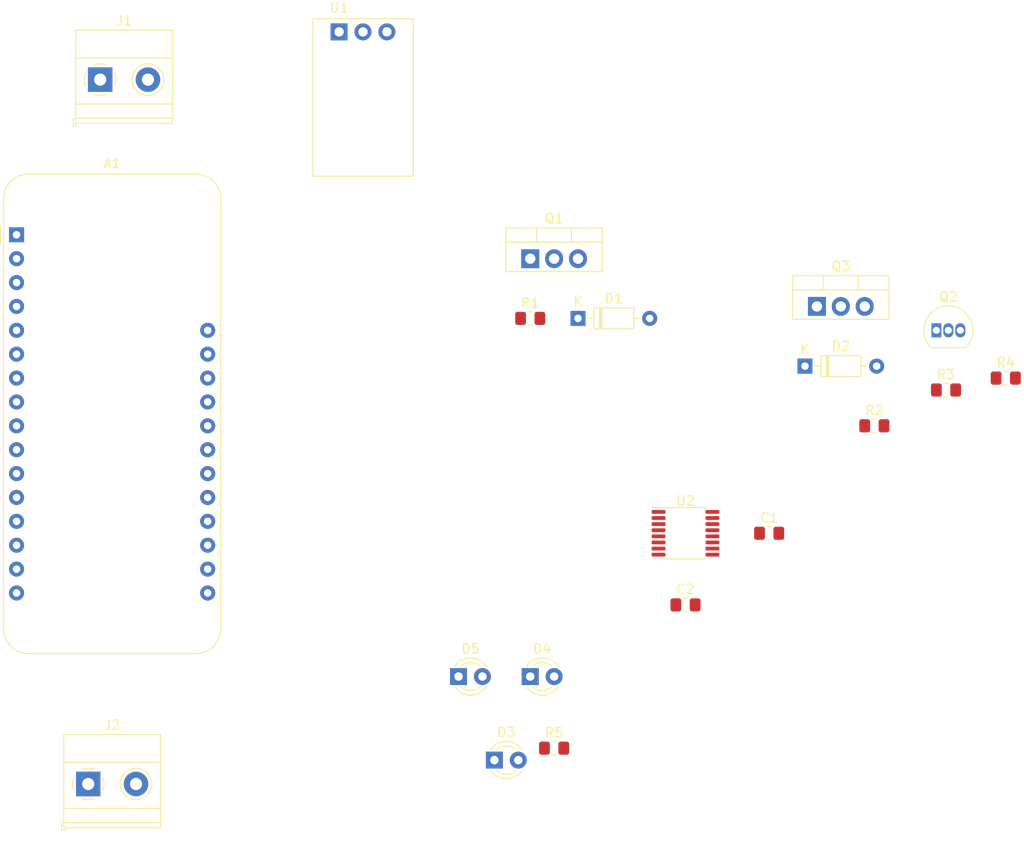
<source format=kicad_pcb>
(kicad_pcb (version 20171130) (host pcbnew "(5.1.7)-1")

  (general
    (thickness 1.6)
    (drawings 0)
    (tracks 0)
    (zones 0)
    (modules 20)
    (nets 39)
  )

  (page A4)
  (layers
    (0 F.Cu signal)
    (31 B.Cu signal)
    (32 B.Adhes user)
    (33 F.Adhes user)
    (34 B.Paste user)
    (35 F.Paste user)
    (36 B.SilkS user)
    (37 F.SilkS user)
    (38 B.Mask user)
    (39 F.Mask user)
    (40 Dwgs.User user)
    (41 Cmts.User user)
    (42 Eco1.User user)
    (43 Eco2.User user)
    (44 Edge.Cuts user)
    (45 Margin user)
    (46 B.CrtYd user)
    (47 F.CrtYd user)
    (48 B.Fab user)
    (49 F.Fab user)
  )

  (setup
    (last_trace_width 0.25)
    (trace_clearance 0.2)
    (zone_clearance 0.508)
    (zone_45_only no)
    (trace_min 0.2)
    (via_size 0.8)
    (via_drill 0.4)
    (via_min_size 0.4)
    (via_min_drill 0.3)
    (uvia_size 0.3)
    (uvia_drill 0.1)
    (uvias_allowed no)
    (uvia_min_size 0.2)
    (uvia_min_drill 0.1)
    (edge_width 0.05)
    (segment_width 0.2)
    (pcb_text_width 0.3)
    (pcb_text_size 1.5 1.5)
    (mod_edge_width 0.12)
    (mod_text_size 1 1)
    (mod_text_width 0.15)
    (pad_size 1.524 1.524)
    (pad_drill 0.762)
    (pad_to_mask_clearance 0)
    (aux_axis_origin 0 0)
    (visible_elements FFFFFF7F)
    (pcbplotparams
      (layerselection 0x010fc_ffffffff)
      (usegerberextensions false)
      (usegerberattributes true)
      (usegerberadvancedattributes true)
      (creategerberjobfile true)
      (excludeedgelayer true)
      (linewidth 0.100000)
      (plotframeref false)
      (viasonmask false)
      (mode 1)
      (useauxorigin false)
      (hpglpennumber 1)
      (hpglpenspeed 20)
      (hpglpendiameter 15.000000)
      (psnegative false)
      (psa4output false)
      (plotreference true)
      (plotvalue true)
      (plotinvisibletext false)
      (padsonsilk false)
      (subtractmaskfromsilk false)
      (outputformat 1)
      (mirror false)
      (drillshape 1)
      (scaleselection 1)
      (outputdirectory ""))
  )

  (net 0 "")
  (net 1 /SDA)
  (net 2 /SCL)
  (net 3 /ENABLE)
  (net 4 /GREEN)
  (net 5 /YELLOW)
  (net 6 /RED)
  (net 7 "Net-(A1-Pad23)")
  (net 8 "Net-(A1-Pad24)")
  (net 9 "Net-(A1-Pad25)")
  (net 10 "Net-(A1-Pad26)")
  (net 11 "Net-(A1-Pad27)")
  (net 12 +5V)
  (net 13 "Net-(A1-Pad1)")
  (net 14 +3V3)
  (net 15 "Net-(A1-Pad3)")
  (net 16 GND)
  (net 17 "Net-(A1-Pad5)")
  (net 18 "Net-(A1-Pad6)")
  (net 19 "Net-(A1-Pad7)")
  (net 20 "Net-(A1-Pad8)")
  (net 21 "Net-(A1-Pad9)")
  (net 22 "Net-(A1-Pad10)")
  (net 23 "Net-(A1-Pad11)")
  (net 24 "Net-(A1-Pad12)")
  (net 25 "Net-(A1-Pad13)")
  (net 26 "Net-(A1-Pad14)")
  (net 27 "Net-(A1-Pad15)")
  (net 28 "Net-(A1-Pad16)")
  (net 29 +BATT)
  (net 30 "Net-(D1-Pad2)")
  (net 31 "Net-(D2-Pad2)")
  (net 32 "Net-(D3-Pad1)")
  (net 33 "Net-(J1-Pad2)")
  (net 34 "Net-(J2-Pad1)")
  (net 35 "Net-(Q2-Pad3)")
  (net 36 "Net-(Q3-Pad2)")
  (net 37 "Net-(U2-Pad13)")
  (net 38 "Net-(U2-Pad7)")

  (net_class Default "This is the default net class."
    (clearance 0.2)
    (trace_width 0.25)
    (via_dia 0.8)
    (via_drill 0.4)
    (uvia_dia 0.3)
    (uvia_drill 0.1)
    (add_net +3V3)
    (add_net +5V)
    (add_net +BATT)
    (add_net /ENABLE)
    (add_net /GREEN)
    (add_net /RED)
    (add_net /SCL)
    (add_net /SDA)
    (add_net /YELLOW)
    (add_net GND)
    (add_net "Net-(A1-Pad1)")
    (add_net "Net-(A1-Pad10)")
    (add_net "Net-(A1-Pad11)")
    (add_net "Net-(A1-Pad12)")
    (add_net "Net-(A1-Pad13)")
    (add_net "Net-(A1-Pad14)")
    (add_net "Net-(A1-Pad15)")
    (add_net "Net-(A1-Pad16)")
    (add_net "Net-(A1-Pad23)")
    (add_net "Net-(A1-Pad24)")
    (add_net "Net-(A1-Pad25)")
    (add_net "Net-(A1-Pad26)")
    (add_net "Net-(A1-Pad27)")
    (add_net "Net-(A1-Pad3)")
    (add_net "Net-(A1-Pad5)")
    (add_net "Net-(A1-Pad6)")
    (add_net "Net-(A1-Pad7)")
    (add_net "Net-(A1-Pad8)")
    (add_net "Net-(A1-Pad9)")
    (add_net "Net-(D1-Pad2)")
    (add_net "Net-(D2-Pad2)")
    (add_net "Net-(D3-Pad1)")
    (add_net "Net-(J1-Pad2)")
    (add_net "Net-(J2-Pad1)")
    (add_net "Net-(Q2-Pad3)")
    (add_net "Net-(Q3-Pad2)")
    (add_net "Net-(U2-Pad13)")
    (add_net "Net-(U2-Pad7)")
  )

  (module Package_SO:TSSOP-16_4.4x5mm_P0.65mm (layer F.Cu) (tedit 5E476F32) (tstamp 5F7FAAD9)
    (at 182.88 104.14)
    (descr "TSSOP, 16 Pin (JEDEC MO-153 Var AB https://www.jedec.org/document_search?search_api_views_fulltext=MO-153), generated with kicad-footprint-generator ipc_gullwing_generator.py")
    (tags "TSSOP SO")
    (path /5F7CB294)
    (attr smd)
    (fp_text reference U2 (at 0 -3.45) (layer F.SilkS)
      (effects (font (size 1 1) (thickness 0.15)))
    )
    (fp_text value INA260 (at 0 3.45) (layer F.Fab)
      (effects (font (size 1 1) (thickness 0.15)))
    )
    (fp_text user %R (at 0 0) (layer F.Fab)
      (effects (font (size 1 1) (thickness 0.15)))
    )
    (fp_line (start 0 2.735) (end 2.2 2.735) (layer F.SilkS) (width 0.12))
    (fp_line (start 0 2.735) (end -2.2 2.735) (layer F.SilkS) (width 0.12))
    (fp_line (start 0 -2.735) (end 2.2 -2.735) (layer F.SilkS) (width 0.12))
    (fp_line (start 0 -2.735) (end -3.6 -2.735) (layer F.SilkS) (width 0.12))
    (fp_line (start -1.2 -2.5) (end 2.2 -2.5) (layer F.Fab) (width 0.1))
    (fp_line (start 2.2 -2.5) (end 2.2 2.5) (layer F.Fab) (width 0.1))
    (fp_line (start 2.2 2.5) (end -2.2 2.5) (layer F.Fab) (width 0.1))
    (fp_line (start -2.2 2.5) (end -2.2 -1.5) (layer F.Fab) (width 0.1))
    (fp_line (start -2.2 -1.5) (end -1.2 -2.5) (layer F.Fab) (width 0.1))
    (fp_line (start -3.85 -2.75) (end -3.85 2.75) (layer F.CrtYd) (width 0.05))
    (fp_line (start -3.85 2.75) (end 3.85 2.75) (layer F.CrtYd) (width 0.05))
    (fp_line (start 3.85 2.75) (end 3.85 -2.75) (layer F.CrtYd) (width 0.05))
    (fp_line (start 3.85 -2.75) (end -3.85 -2.75) (layer F.CrtYd) (width 0.05))
    (pad 16 smd roundrect (at 2.8625 -2.275) (size 1.475 0.4) (layers F.Cu F.Paste F.Mask) (roundrect_rratio 0.25)
      (net 34 "Net-(J2-Pad1)"))
    (pad 15 smd roundrect (at 2.8625 -1.625) (size 1.475 0.4) (layers F.Cu F.Paste F.Mask) (roundrect_rratio 0.25)
      (net 34 "Net-(J2-Pad1)"))
    (pad 14 smd roundrect (at 2.8625 -0.975) (size 1.475 0.4) (layers F.Cu F.Paste F.Mask) (roundrect_rratio 0.25)
      (net 34 "Net-(J2-Pad1)"))
    (pad 13 smd roundrect (at 2.8625 -0.325) (size 1.475 0.4) (layers F.Cu F.Paste F.Mask) (roundrect_rratio 0.25)
      (net 37 "Net-(U2-Pad13)"))
    (pad 12 smd roundrect (at 2.8625 0.325) (size 1.475 0.4) (layers F.Cu F.Paste F.Mask) (roundrect_rratio 0.25)
      (net 29 +BATT))
    (pad 11 smd roundrect (at 2.8625 0.975) (size 1.475 0.4) (layers F.Cu F.Paste F.Mask) (roundrect_rratio 0.25)
      (net 16 GND))
    (pad 10 smd roundrect (at 2.8625 1.625) (size 1.475 0.4) (layers F.Cu F.Paste F.Mask) (roundrect_rratio 0.25)
      (net 14 +3V3))
    (pad 9 smd roundrect (at 2.8625 2.275) (size 1.475 0.4) (layers F.Cu F.Paste F.Mask) (roundrect_rratio 0.25)
      (net 2 /SCL))
    (pad 8 smd roundrect (at -2.8625 2.275) (size 1.475 0.4) (layers F.Cu F.Paste F.Mask) (roundrect_rratio 0.25)
      (net 1 /SDA))
    (pad 7 smd roundrect (at -2.8625 1.625) (size 1.475 0.4) (layers F.Cu F.Paste F.Mask) (roundrect_rratio 0.25)
      (net 38 "Net-(U2-Pad7)"))
    (pad 6 smd roundrect (at -2.8625 0.975) (size 1.475 0.4) (layers F.Cu F.Paste F.Mask) (roundrect_rratio 0.25)
      (net 16 GND))
    (pad 5 smd roundrect (at -2.8625 0.325) (size 1.475 0.4) (layers F.Cu F.Paste F.Mask) (roundrect_rratio 0.25)
      (net 16 GND))
    (pad 4 smd roundrect (at -2.8625 -0.325) (size 1.475 0.4) (layers F.Cu F.Paste F.Mask) (roundrect_rratio 0.25)
      (net 16 GND))
    (pad 3 smd roundrect (at -2.8625 -0.975) (size 1.475 0.4) (layers F.Cu F.Paste F.Mask) (roundrect_rratio 0.25)
      (net 36 "Net-(Q3-Pad2)"))
    (pad 2 smd roundrect (at -2.8625 -1.625) (size 1.475 0.4) (layers F.Cu F.Paste F.Mask) (roundrect_rratio 0.25)
      (net 36 "Net-(Q3-Pad2)"))
    (pad 1 smd roundrect (at -2.8625 -2.275) (size 1.475 0.4) (layers F.Cu F.Paste F.Mask) (roundrect_rratio 0.25)
      (net 36 "Net-(Q3-Pad2)"))
    (model ${KISYS3DMOD}/Package_SO.3dshapes/TSSOP-16_4.4x5mm_P0.65mm.wrl
      (at (xyz 0 0 0))
      (scale (xyz 1 1 1))
      (rotate (xyz 0 0 0))
    )
  )

  (module Converter_DCDC:Converter_DCDC_muRata_OKI-78SR_Horizontal (layer F.Cu) (tedit 5BAE240C) (tstamp 5F7FAFE8)
    (at 146.05 50.8)
    (descr https://power.murata.com/data/power/oki-78sr.pdf)
    (tags "78sr3.3 78sr5 78sr9 78sr12 78srXX")
    (path /5F7B2646)
    (fp_text reference U1 (at 0 -2.54 180) (layer F.SilkS)
      (effects (font (size 1 1) (thickness 0.15)))
    )
    (fp_text value OKI-78SR-5_1.5-W36H-C (at 2.54 16.51 180) (layer F.Fab)
      (effects (font (size 1 1) (thickness 0.15)))
    )
    (fp_text user %R (at 2.54 7.48 180) (layer F.Fab)
      (effects (font (size 1 1) (thickness 0.15)))
    )
    (fp_line (start 7.75 15.23) (end -2.65 15.23) (layer F.Fab) (width 0.1))
    (fp_line (start -2.65 15.23) (end -2.65 -1.27) (layer F.Fab) (width 0.1))
    (fp_line (start -2.65 -1.27) (end 7.75 -1.27) (layer F.Fab) (width 0.1))
    (fp_line (start 7.75 -1.27) (end 7.75 15.23) (layer F.Fab) (width 0.1))
    (fp_line (start 7.88 -1.4) (end -2.77 -1.4) (layer F.SilkS) (width 0.12))
    (fp_line (start -2.78 -1.4) (end -2.78 15.36) (layer F.SilkS) (width 0.12))
    (fp_line (start -2.78 15.36) (end 7.88 15.36) (layer F.SilkS) (width 0.12))
    (fp_line (start 7.88 15.36) (end 7.88 -1.4) (layer F.SilkS) (width 0.12))
    (fp_line (start 8 -1.52) (end -2.9 -1.52) (layer F.CrtYd) (width 0.05))
    (fp_line (start -2.9 -1.52) (end -2.9 15.48) (layer F.CrtYd) (width 0.05))
    (fp_line (start -2.9 15.48) (end 8 15.48) (layer F.CrtYd) (width 0.05))
    (fp_line (start 8 15.48) (end 8 -1.52) (layer F.CrtYd) (width 0.05))
    (pad 3 thru_hole circle (at 5.08 0 180) (size 1.8 1.8) (drill 1) (layers *.Cu *.Mask)
      (net 12 +5V))
    (pad 2 thru_hole circle (at 2.54 0 180) (size 1.8 1.8) (drill 1) (layers *.Cu *.Mask)
      (net 16 GND))
    (pad 1 thru_hole rect (at 0 0 180) (size 1.8 1.8) (drill 1) (layers *.Cu *.Mask)
      (net 29 +BATT))
    (model ${KISYS3DMOD}/Converter_DCDC.3dshapes/Converter_DCDC_muRata_OKI-78SR_horizontal.wrl
      (at (xyz 0 0 0))
      (scale (xyz 1 1 1))
      (rotate (xyz 0 0 0))
    )
  )

  (module Resistor_SMD:R_0805_2012Metric_Pad1.15x1.40mm_HandSolder (layer F.Cu) (tedit 5B36C52B) (tstamp 5F7FAAA3)
    (at 168.91 127)
    (descr "Resistor SMD 0805 (2012 Metric), square (rectangular) end terminal, IPC_7351 nominal with elongated pad for handsoldering. (Body size source: https://docs.google.com/spreadsheets/d/1BsfQQcO9C6DZCsRaXUlFlo91Tg2WpOkGARC1WS5S8t0/edit?usp=sharing), generated with kicad-footprint-generator")
    (tags "resistor handsolder")
    (path /5F81F916)
    (attr smd)
    (fp_text reference R5 (at 0 -1.65) (layer F.SilkS)
      (effects (font (size 1 1) (thickness 0.15)))
    )
    (fp_text value 330 (at 0 1.65) (layer F.Fab)
      (effects (font (size 1 1) (thickness 0.15)))
    )
    (fp_text user %R (at 0 0) (layer F.Fab)
      (effects (font (size 0.5 0.5) (thickness 0.08)))
    )
    (fp_line (start -1 0.6) (end -1 -0.6) (layer F.Fab) (width 0.1))
    (fp_line (start -1 -0.6) (end 1 -0.6) (layer F.Fab) (width 0.1))
    (fp_line (start 1 -0.6) (end 1 0.6) (layer F.Fab) (width 0.1))
    (fp_line (start 1 0.6) (end -1 0.6) (layer F.Fab) (width 0.1))
    (fp_line (start -0.261252 -0.71) (end 0.261252 -0.71) (layer F.SilkS) (width 0.12))
    (fp_line (start -0.261252 0.71) (end 0.261252 0.71) (layer F.SilkS) (width 0.12))
    (fp_line (start -1.85 0.95) (end -1.85 -0.95) (layer F.CrtYd) (width 0.05))
    (fp_line (start -1.85 -0.95) (end 1.85 -0.95) (layer F.CrtYd) (width 0.05))
    (fp_line (start 1.85 -0.95) (end 1.85 0.95) (layer F.CrtYd) (width 0.05))
    (fp_line (start 1.85 0.95) (end -1.85 0.95) (layer F.CrtYd) (width 0.05))
    (pad 2 smd roundrect (at 1.025 0) (size 1.15 1.4) (layers F.Cu F.Paste F.Mask) (roundrect_rratio 0.217391)
      (net 16 GND))
    (pad 1 smd roundrect (at -1.025 0) (size 1.15 1.4) (layers F.Cu F.Paste F.Mask) (roundrect_rratio 0.217391)
      (net 32 "Net-(D3-Pad1)"))
    (model ${KISYS3DMOD}/Resistor_SMD.3dshapes/R_0805_2012Metric.wrl
      (at (xyz 0 0 0))
      (scale (xyz 1 1 1))
      (rotate (xyz 0 0 0))
    )
  )

  (module Resistor_SMD:R_0805_2012Metric_Pad1.15x1.40mm_HandSolder (layer F.Cu) (tedit 5B36C52B) (tstamp 5F7FAA92)
    (at 216.925 87.63)
    (descr "Resistor SMD 0805 (2012 Metric), square (rectangular) end terminal, IPC_7351 nominal with elongated pad for handsoldering. (Body size source: https://docs.google.com/spreadsheets/d/1BsfQQcO9C6DZCsRaXUlFlo91Tg2WpOkGARC1WS5S8t0/edit?usp=sharing), generated with kicad-footprint-generator")
    (tags "resistor handsolder")
    (path /5F7EFA9B)
    (attr smd)
    (fp_text reference R4 (at 0 -1.65) (layer F.SilkS)
      (effects (font (size 1 1) (thickness 0.15)))
    )
    (fp_text value 100k (at 0 1.65) (layer F.Fab)
      (effects (font (size 1 1) (thickness 0.15)))
    )
    (fp_text user %R (at 0 0) (layer F.Fab)
      (effects (font (size 0.5 0.5) (thickness 0.08)))
    )
    (fp_line (start -1 0.6) (end -1 -0.6) (layer F.Fab) (width 0.1))
    (fp_line (start -1 -0.6) (end 1 -0.6) (layer F.Fab) (width 0.1))
    (fp_line (start 1 -0.6) (end 1 0.6) (layer F.Fab) (width 0.1))
    (fp_line (start 1 0.6) (end -1 0.6) (layer F.Fab) (width 0.1))
    (fp_line (start -0.261252 -0.71) (end 0.261252 -0.71) (layer F.SilkS) (width 0.12))
    (fp_line (start -0.261252 0.71) (end 0.261252 0.71) (layer F.SilkS) (width 0.12))
    (fp_line (start -1.85 0.95) (end -1.85 -0.95) (layer F.CrtYd) (width 0.05))
    (fp_line (start -1.85 -0.95) (end 1.85 -0.95) (layer F.CrtYd) (width 0.05))
    (fp_line (start 1.85 -0.95) (end 1.85 0.95) (layer F.CrtYd) (width 0.05))
    (fp_line (start 1.85 0.95) (end -1.85 0.95) (layer F.CrtYd) (width 0.05))
    (pad 2 smd roundrect (at 1.025 0) (size 1.15 1.4) (layers F.Cu F.Paste F.Mask) (roundrect_rratio 0.217391)
      (net 35 "Net-(Q2-Pad3)"))
    (pad 1 smd roundrect (at -1.025 0) (size 1.15 1.4) (layers F.Cu F.Paste F.Mask) (roundrect_rratio 0.217391)
      (net 31 "Net-(D2-Pad2)"))
    (model ${KISYS3DMOD}/Resistor_SMD.3dshapes/R_0805_2012Metric.wrl
      (at (xyz 0 0 0))
      (scale (xyz 1 1 1))
      (rotate (xyz 0 0 0))
    )
  )

  (module Resistor_SMD:R_0805_2012Metric_Pad1.15x1.40mm_HandSolder (layer F.Cu) (tedit 5B36C52B) (tstamp 5F7FAA81)
    (at 210.575 88.9)
    (descr "Resistor SMD 0805 (2012 Metric), square (rectangular) end terminal, IPC_7351 nominal with elongated pad for handsoldering. (Body size source: https://docs.google.com/spreadsheets/d/1BsfQQcO9C6DZCsRaXUlFlo91Tg2WpOkGARC1WS5S8t0/edit?usp=sharing), generated with kicad-footprint-generator")
    (tags "resistor handsolder")
    (path /5F85A75D)
    (attr smd)
    (fp_text reference R3 (at 0 -1.65) (layer F.SilkS)
      (effects (font (size 1 1) (thickness 0.15)))
    )
    (fp_text value 100K (at 0 1.65) (layer F.Fab)
      (effects (font (size 1 1) (thickness 0.15)))
    )
    (fp_text user %R (at 0 0) (layer F.Fab)
      (effects (font (size 0.5 0.5) (thickness 0.08)))
    )
    (fp_line (start -1 0.6) (end -1 -0.6) (layer F.Fab) (width 0.1))
    (fp_line (start -1 -0.6) (end 1 -0.6) (layer F.Fab) (width 0.1))
    (fp_line (start 1 -0.6) (end 1 0.6) (layer F.Fab) (width 0.1))
    (fp_line (start 1 0.6) (end -1 0.6) (layer F.Fab) (width 0.1))
    (fp_line (start -0.261252 -0.71) (end 0.261252 -0.71) (layer F.SilkS) (width 0.12))
    (fp_line (start -0.261252 0.71) (end 0.261252 0.71) (layer F.SilkS) (width 0.12))
    (fp_line (start -1.85 0.95) (end -1.85 -0.95) (layer F.CrtYd) (width 0.05))
    (fp_line (start -1.85 -0.95) (end 1.85 -0.95) (layer F.CrtYd) (width 0.05))
    (fp_line (start 1.85 -0.95) (end 1.85 0.95) (layer F.CrtYd) (width 0.05))
    (fp_line (start 1.85 0.95) (end -1.85 0.95) (layer F.CrtYd) (width 0.05))
    (pad 2 smd roundrect (at 1.025 0) (size 1.15 1.4) (layers F.Cu F.Paste F.Mask) (roundrect_rratio 0.217391)
      (net 16 GND))
    (pad 1 smd roundrect (at -1.025 0) (size 1.15 1.4) (layers F.Cu F.Paste F.Mask) (roundrect_rratio 0.217391)
      (net 3 /ENABLE))
    (model ${KISYS3DMOD}/Resistor_SMD.3dshapes/R_0805_2012Metric.wrl
      (at (xyz 0 0 0))
      (scale (xyz 1 1 1))
      (rotate (xyz 0 0 0))
    )
  )

  (module Resistor_SMD:R_0805_2012Metric_Pad1.15x1.40mm_HandSolder (layer F.Cu) (tedit 5B36C52B) (tstamp 5F7FAA70)
    (at 202.955 92.71)
    (descr "Resistor SMD 0805 (2012 Metric), square (rectangular) end terminal, IPC_7351 nominal with elongated pad for handsoldering. (Body size source: https://docs.google.com/spreadsheets/d/1BsfQQcO9C6DZCsRaXUlFlo91Tg2WpOkGARC1WS5S8t0/edit?usp=sharing), generated with kicad-footprint-generator")
    (tags "resistor handsolder")
    (path /5F87D6A6)
    (attr smd)
    (fp_text reference R2 (at 0 -1.65) (layer F.SilkS)
      (effects (font (size 1 1) (thickness 0.15)))
    )
    (fp_text value 1M (at 0 1.65) (layer F.Fab)
      (effects (font (size 1 1) (thickness 0.15)))
    )
    (fp_text user %R (at 0 0) (layer F.Fab)
      (effects (font (size 0.5 0.5) (thickness 0.08)))
    )
    (fp_line (start -1 0.6) (end -1 -0.6) (layer F.Fab) (width 0.1))
    (fp_line (start -1 -0.6) (end 1 -0.6) (layer F.Fab) (width 0.1))
    (fp_line (start 1 -0.6) (end 1 0.6) (layer F.Fab) (width 0.1))
    (fp_line (start 1 0.6) (end -1 0.6) (layer F.Fab) (width 0.1))
    (fp_line (start -0.261252 -0.71) (end 0.261252 -0.71) (layer F.SilkS) (width 0.12))
    (fp_line (start -0.261252 0.71) (end 0.261252 0.71) (layer F.SilkS) (width 0.12))
    (fp_line (start -1.85 0.95) (end -1.85 -0.95) (layer F.CrtYd) (width 0.05))
    (fp_line (start -1.85 -0.95) (end 1.85 -0.95) (layer F.CrtYd) (width 0.05))
    (fp_line (start 1.85 -0.95) (end 1.85 0.95) (layer F.CrtYd) (width 0.05))
    (fp_line (start 1.85 0.95) (end -1.85 0.95) (layer F.CrtYd) (width 0.05))
    (pad 2 smd roundrect (at 1.025 0) (size 1.15 1.4) (layers F.Cu F.Paste F.Mask) (roundrect_rratio 0.217391)
      (net 31 "Net-(D2-Pad2)"))
    (pad 1 smd roundrect (at -1.025 0) (size 1.15 1.4) (layers F.Cu F.Paste F.Mask) (roundrect_rratio 0.217391)
      (net 29 +BATT))
    (model ${KISYS3DMOD}/Resistor_SMD.3dshapes/R_0805_2012Metric.wrl
      (at (xyz 0 0 0))
      (scale (xyz 1 1 1))
      (rotate (xyz 0 0 0))
    )
  )

  (module Resistor_SMD:R_0805_2012Metric_Pad1.15x1.40mm_HandSolder (layer F.Cu) (tedit 5B36C52B) (tstamp 5F7FAA5F)
    (at 166.37 81.28)
    (descr "Resistor SMD 0805 (2012 Metric), square (rectangular) end terminal, IPC_7351 nominal with elongated pad for handsoldering. (Body size source: https://docs.google.com/spreadsheets/d/1BsfQQcO9C6DZCsRaXUlFlo91Tg2WpOkGARC1WS5S8t0/edit?usp=sharing), generated with kicad-footprint-generator")
    (tags "resistor handsolder")
    (path /5F7C5FAF)
    (attr smd)
    (fp_text reference R1 (at 0 -1.65) (layer F.SilkS)
      (effects (font (size 1 1) (thickness 0.15)))
    )
    (fp_text value 10k (at 0 1.65) (layer F.Fab)
      (effects (font (size 1 1) (thickness 0.15)))
    )
    (fp_text user %R (at 0 0) (layer F.Fab)
      (effects (font (size 0.5 0.5) (thickness 0.08)))
    )
    (fp_line (start -1 0.6) (end -1 -0.6) (layer F.Fab) (width 0.1))
    (fp_line (start -1 -0.6) (end 1 -0.6) (layer F.Fab) (width 0.1))
    (fp_line (start 1 -0.6) (end 1 0.6) (layer F.Fab) (width 0.1))
    (fp_line (start 1 0.6) (end -1 0.6) (layer F.Fab) (width 0.1))
    (fp_line (start -0.261252 -0.71) (end 0.261252 -0.71) (layer F.SilkS) (width 0.12))
    (fp_line (start -0.261252 0.71) (end 0.261252 0.71) (layer F.SilkS) (width 0.12))
    (fp_line (start -1.85 0.95) (end -1.85 -0.95) (layer F.CrtYd) (width 0.05))
    (fp_line (start -1.85 -0.95) (end 1.85 -0.95) (layer F.CrtYd) (width 0.05))
    (fp_line (start 1.85 -0.95) (end 1.85 0.95) (layer F.CrtYd) (width 0.05))
    (fp_line (start 1.85 0.95) (end -1.85 0.95) (layer F.CrtYd) (width 0.05))
    (pad 2 smd roundrect (at 1.025 0) (size 1.15 1.4) (layers F.Cu F.Paste F.Mask) (roundrect_rratio 0.217391)
      (net 16 GND))
    (pad 1 smd roundrect (at -1.025 0) (size 1.15 1.4) (layers F.Cu F.Paste F.Mask) (roundrect_rratio 0.217391)
      (net 30 "Net-(D1-Pad2)"))
    (model ${KISYS3DMOD}/Resistor_SMD.3dshapes/R_0805_2012Metric.wrl
      (at (xyz 0 0 0))
      (scale (xyz 1 1 1))
      (rotate (xyz 0 0 0))
    )
  )

  (module Package_TO_SOT_THT:TO-220-3_Vertical (layer F.Cu) (tedit 5AC8BA0D) (tstamp 5F7FAA4E)
    (at 196.85 80.01)
    (descr "TO-220-3, Vertical, RM 2.54mm, see https://www.vishay.com/docs/66542/to-220-1.pdf")
    (tags "TO-220-3 Vertical RM 2.54mm")
    (path /5F7EB877)
    (fp_text reference Q3 (at 2.54 -4.27) (layer F.SilkS)
      (effects (font (size 1 1) (thickness 0.15)))
    )
    (fp_text value IPP80P03P4L-04 (at 2.54 2.5) (layer F.Fab)
      (effects (font (size 1 1) (thickness 0.15)))
    )
    (fp_text user %R (at 2.54 -4.27) (layer F.Fab)
      (effects (font (size 1 1) (thickness 0.15)))
    )
    (fp_line (start -2.46 -3.15) (end -2.46 1.25) (layer F.Fab) (width 0.1))
    (fp_line (start -2.46 1.25) (end 7.54 1.25) (layer F.Fab) (width 0.1))
    (fp_line (start 7.54 1.25) (end 7.54 -3.15) (layer F.Fab) (width 0.1))
    (fp_line (start 7.54 -3.15) (end -2.46 -3.15) (layer F.Fab) (width 0.1))
    (fp_line (start -2.46 -1.88) (end 7.54 -1.88) (layer F.Fab) (width 0.1))
    (fp_line (start 0.69 -3.15) (end 0.69 -1.88) (layer F.Fab) (width 0.1))
    (fp_line (start 4.39 -3.15) (end 4.39 -1.88) (layer F.Fab) (width 0.1))
    (fp_line (start -2.58 -3.27) (end 7.66 -3.27) (layer F.SilkS) (width 0.12))
    (fp_line (start -2.58 1.371) (end 7.66 1.371) (layer F.SilkS) (width 0.12))
    (fp_line (start -2.58 -3.27) (end -2.58 1.371) (layer F.SilkS) (width 0.12))
    (fp_line (start 7.66 -3.27) (end 7.66 1.371) (layer F.SilkS) (width 0.12))
    (fp_line (start -2.58 -1.76) (end 7.66 -1.76) (layer F.SilkS) (width 0.12))
    (fp_line (start 0.69 -3.27) (end 0.69 -1.76) (layer F.SilkS) (width 0.12))
    (fp_line (start 4.391 -3.27) (end 4.391 -1.76) (layer F.SilkS) (width 0.12))
    (fp_line (start -2.71 -3.4) (end -2.71 1.51) (layer F.CrtYd) (width 0.05))
    (fp_line (start -2.71 1.51) (end 7.79 1.51) (layer F.CrtYd) (width 0.05))
    (fp_line (start 7.79 1.51) (end 7.79 -3.4) (layer F.CrtYd) (width 0.05))
    (fp_line (start 7.79 -3.4) (end -2.71 -3.4) (layer F.CrtYd) (width 0.05))
    (pad 3 thru_hole oval (at 5.08 0) (size 1.905 2) (drill 1.1) (layers *.Cu *.Mask)
      (net 29 +BATT))
    (pad 2 thru_hole oval (at 2.54 0) (size 1.905 2) (drill 1.1) (layers *.Cu *.Mask)
      (net 36 "Net-(Q3-Pad2)"))
    (pad 1 thru_hole rect (at 0 0) (size 1.905 2) (drill 1.1) (layers *.Cu *.Mask)
      (net 31 "Net-(D2-Pad2)"))
    (model ${KISYS3DMOD}/Package_TO_SOT_THT.3dshapes/TO-220-3_Vertical.wrl
      (at (xyz 0 0 0))
      (scale (xyz 1 1 1))
      (rotate (xyz 0 0 0))
    )
  )

  (module Package_TO_SOT_THT:TO-92_Inline (layer F.Cu) (tedit 5A1DD157) (tstamp 5F7FB432)
    (at 209.55 82.55)
    (descr "TO-92 leads in-line, narrow, oval pads, drill 0.75mm (see NXP sot054_po.pdf)")
    (tags "to-92 sc-43 sc-43a sot54 PA33 transistor")
    (path /5F7F2674)
    (fp_text reference Q2 (at 1.27 -3.56) (layer F.SilkS)
      (effects (font (size 1 1) (thickness 0.15)))
    )
    (fp_text value 2N7000 (at 1.27 2.79) (layer F.Fab)
      (effects (font (size 1 1) (thickness 0.15)))
    )
    (fp_arc (start 1.27 0) (end 1.27 -2.6) (angle 135) (layer F.SilkS) (width 0.12))
    (fp_arc (start 1.27 0) (end 1.27 -2.48) (angle -135) (layer F.Fab) (width 0.1))
    (fp_arc (start 1.27 0) (end 1.27 -2.6) (angle -135) (layer F.SilkS) (width 0.12))
    (fp_arc (start 1.27 0) (end 1.27 -2.48) (angle 135) (layer F.Fab) (width 0.1))
    (fp_text user %R (at 1.27 0) (layer F.Fab)
      (effects (font (size 1 1) (thickness 0.15)))
    )
    (fp_line (start -0.53 1.85) (end 3.07 1.85) (layer F.SilkS) (width 0.12))
    (fp_line (start -0.5 1.75) (end 3 1.75) (layer F.Fab) (width 0.1))
    (fp_line (start -1.46 -2.73) (end 4 -2.73) (layer F.CrtYd) (width 0.05))
    (fp_line (start -1.46 -2.73) (end -1.46 2.01) (layer F.CrtYd) (width 0.05))
    (fp_line (start 4 2.01) (end 4 -2.73) (layer F.CrtYd) (width 0.05))
    (fp_line (start 4 2.01) (end -1.46 2.01) (layer F.CrtYd) (width 0.05))
    (pad 1 thru_hole rect (at 0 0) (size 1.05 1.5) (drill 0.75) (layers *.Cu *.Mask)
      (net 16 GND))
    (pad 3 thru_hole oval (at 2.54 0) (size 1.05 1.5) (drill 0.75) (layers *.Cu *.Mask)
      (net 35 "Net-(Q2-Pad3)"))
    (pad 2 thru_hole oval (at 1.27 0) (size 1.05 1.5) (drill 0.75) (layers *.Cu *.Mask)
      (net 3 /ENABLE))
    (model ${KISYS3DMOD}/Package_TO_SOT_THT.3dshapes/TO-92_Inline.wrl
      (at (xyz 0 0 0))
      (scale (xyz 1 1 1))
      (rotate (xyz 0 0 0))
    )
  )

  (module Package_TO_SOT_THT:TO-220-3_Vertical (layer F.Cu) (tedit 5AC8BA0D) (tstamp 5F7FAA22)
    (at 166.37 74.93)
    (descr "TO-220-3, Vertical, RM 2.54mm, see https://www.vishay.com/docs/66542/to-220-1.pdf")
    (tags "TO-220-3 Vertical RM 2.54mm")
    (path /5F7B824A)
    (fp_text reference Q1 (at 2.54 -4.27) (layer F.SilkS)
      (effects (font (size 1 1) (thickness 0.15)))
    )
    (fp_text value IPP80P03P4L-04 (at 2.54 2.5) (layer F.Fab)
      (effects (font (size 1 1) (thickness 0.15)))
    )
    (fp_text user %R (at 2.54 -4.27) (layer F.Fab)
      (effects (font (size 1 1) (thickness 0.15)))
    )
    (fp_line (start -2.46 -3.15) (end -2.46 1.25) (layer F.Fab) (width 0.1))
    (fp_line (start -2.46 1.25) (end 7.54 1.25) (layer F.Fab) (width 0.1))
    (fp_line (start 7.54 1.25) (end 7.54 -3.15) (layer F.Fab) (width 0.1))
    (fp_line (start 7.54 -3.15) (end -2.46 -3.15) (layer F.Fab) (width 0.1))
    (fp_line (start -2.46 -1.88) (end 7.54 -1.88) (layer F.Fab) (width 0.1))
    (fp_line (start 0.69 -3.15) (end 0.69 -1.88) (layer F.Fab) (width 0.1))
    (fp_line (start 4.39 -3.15) (end 4.39 -1.88) (layer F.Fab) (width 0.1))
    (fp_line (start -2.58 -3.27) (end 7.66 -3.27) (layer F.SilkS) (width 0.12))
    (fp_line (start -2.58 1.371) (end 7.66 1.371) (layer F.SilkS) (width 0.12))
    (fp_line (start -2.58 -3.27) (end -2.58 1.371) (layer F.SilkS) (width 0.12))
    (fp_line (start 7.66 -3.27) (end 7.66 1.371) (layer F.SilkS) (width 0.12))
    (fp_line (start -2.58 -1.76) (end 7.66 -1.76) (layer F.SilkS) (width 0.12))
    (fp_line (start 0.69 -3.27) (end 0.69 -1.76) (layer F.SilkS) (width 0.12))
    (fp_line (start 4.391 -3.27) (end 4.391 -1.76) (layer F.SilkS) (width 0.12))
    (fp_line (start -2.71 -3.4) (end -2.71 1.51) (layer F.CrtYd) (width 0.05))
    (fp_line (start -2.71 1.51) (end 7.79 1.51) (layer F.CrtYd) (width 0.05))
    (fp_line (start 7.79 1.51) (end 7.79 -3.4) (layer F.CrtYd) (width 0.05))
    (fp_line (start 7.79 -3.4) (end -2.71 -3.4) (layer F.CrtYd) (width 0.05))
    (pad 3 thru_hole oval (at 5.08 0) (size 1.905 2) (drill 1.1) (layers *.Cu *.Mask)
      (net 29 +BATT))
    (pad 2 thru_hole oval (at 2.54 0) (size 1.905 2) (drill 1.1) (layers *.Cu *.Mask)
      (net 33 "Net-(J1-Pad2)"))
    (pad 1 thru_hole rect (at 0 0) (size 1.905 2) (drill 1.1) (layers *.Cu *.Mask)
      (net 30 "Net-(D1-Pad2)"))
    (model ${KISYS3DMOD}/Package_TO_SOT_THT.3dshapes/TO-220-3_Vertical.wrl
      (at (xyz 0 0 0))
      (scale (xyz 1 1 1))
      (rotate (xyz 0 0 0))
    )
  )

  (module TerminalBlock_Phoenix:TerminalBlock_Phoenix_MKDS-1,5-2-5.08_1x02_P5.08mm_Horizontal (layer F.Cu) (tedit 5B294EBC) (tstamp 5F7FAA08)
    (at 119.38 130.81)
    (descr "Terminal Block Phoenix MKDS-1,5-2-5.08, 2 pins, pitch 5.08mm, size 10.2x9.8mm^2, drill diamater 1.3mm, pad diameter 2.6mm, see http://www.farnell.com/datasheets/100425.pdf, script-generated using https://github.com/pointhi/kicad-footprint-generator/scripts/TerminalBlock_Phoenix")
    (tags "THT Terminal Block Phoenix MKDS-1,5-2-5.08 pitch 5.08mm size 10.2x9.8mm^2 drill 1.3mm pad 2.6mm")
    (path /5F7F1056)
    (fp_text reference J2 (at 2.54 -6.26) (layer F.SilkS)
      (effects (font (size 1 1) (thickness 0.15)))
    )
    (fp_text value Screw_Terminal_01x02 (at 2.54 5.66) (layer F.Fab)
      (effects (font (size 1 1) (thickness 0.15)))
    )
    (fp_text user %R (at 2.54 3.2) (layer F.Fab)
      (effects (font (size 1 1) (thickness 0.15)))
    )
    (fp_arc (start 0 0) (end -0.684 1.535) (angle -25) (layer F.SilkS) (width 0.12))
    (fp_arc (start 0 0) (end -1.535 -0.684) (angle -48) (layer F.SilkS) (width 0.12))
    (fp_arc (start 0 0) (end 0.684 -1.535) (angle -48) (layer F.SilkS) (width 0.12))
    (fp_arc (start 0 0) (end 1.535 0.684) (angle -48) (layer F.SilkS) (width 0.12))
    (fp_arc (start 0 0) (end 0 1.68) (angle -24) (layer F.SilkS) (width 0.12))
    (fp_circle (center 0 0) (end 1.5 0) (layer F.Fab) (width 0.1))
    (fp_circle (center 5.08 0) (end 6.58 0) (layer F.Fab) (width 0.1))
    (fp_circle (center 5.08 0) (end 6.76 0) (layer F.SilkS) (width 0.12))
    (fp_line (start -2.54 -5.2) (end 7.62 -5.2) (layer F.Fab) (width 0.1))
    (fp_line (start 7.62 -5.2) (end 7.62 4.6) (layer F.Fab) (width 0.1))
    (fp_line (start 7.62 4.6) (end -2.04 4.6) (layer F.Fab) (width 0.1))
    (fp_line (start -2.04 4.6) (end -2.54 4.1) (layer F.Fab) (width 0.1))
    (fp_line (start -2.54 4.1) (end -2.54 -5.2) (layer F.Fab) (width 0.1))
    (fp_line (start -2.54 4.1) (end 7.62 4.1) (layer F.Fab) (width 0.1))
    (fp_line (start -2.6 4.1) (end 7.68 4.1) (layer F.SilkS) (width 0.12))
    (fp_line (start -2.54 2.6) (end 7.62 2.6) (layer F.Fab) (width 0.1))
    (fp_line (start -2.6 2.6) (end 7.68 2.6) (layer F.SilkS) (width 0.12))
    (fp_line (start -2.54 -2.3) (end 7.62 -2.3) (layer F.Fab) (width 0.1))
    (fp_line (start -2.6 -2.301) (end 7.68 -2.301) (layer F.SilkS) (width 0.12))
    (fp_line (start -2.6 -5.261) (end 7.68 -5.261) (layer F.SilkS) (width 0.12))
    (fp_line (start -2.6 4.66) (end 7.68 4.66) (layer F.SilkS) (width 0.12))
    (fp_line (start -2.6 -5.261) (end -2.6 4.66) (layer F.SilkS) (width 0.12))
    (fp_line (start 7.68 -5.261) (end 7.68 4.66) (layer F.SilkS) (width 0.12))
    (fp_line (start 1.138 -0.955) (end -0.955 1.138) (layer F.Fab) (width 0.1))
    (fp_line (start 0.955 -1.138) (end -1.138 0.955) (layer F.Fab) (width 0.1))
    (fp_line (start 6.218 -0.955) (end 4.126 1.138) (layer F.Fab) (width 0.1))
    (fp_line (start 6.035 -1.138) (end 3.943 0.955) (layer F.Fab) (width 0.1))
    (fp_line (start 6.355 -1.069) (end 6.308 -1.023) (layer F.SilkS) (width 0.12))
    (fp_line (start 4.046 1.239) (end 4.011 1.274) (layer F.SilkS) (width 0.12))
    (fp_line (start 6.15 -1.275) (end 6.115 -1.239) (layer F.SilkS) (width 0.12))
    (fp_line (start 3.853 1.023) (end 3.806 1.069) (layer F.SilkS) (width 0.12))
    (fp_line (start -2.84 4.16) (end -2.84 4.9) (layer F.SilkS) (width 0.12))
    (fp_line (start -2.84 4.9) (end -2.34 4.9) (layer F.SilkS) (width 0.12))
    (fp_line (start -3.04 -5.71) (end -3.04 5.1) (layer F.CrtYd) (width 0.05))
    (fp_line (start -3.04 5.1) (end 8.13 5.1) (layer F.CrtYd) (width 0.05))
    (fp_line (start 8.13 5.1) (end 8.13 -5.71) (layer F.CrtYd) (width 0.05))
    (fp_line (start 8.13 -5.71) (end -3.04 -5.71) (layer F.CrtYd) (width 0.05))
    (pad 2 thru_hole circle (at 5.08 0) (size 2.6 2.6) (drill 1.3) (layers *.Cu *.Mask)
      (net 16 GND))
    (pad 1 thru_hole rect (at 0 0) (size 2.6 2.6) (drill 1.3) (layers *.Cu *.Mask)
      (net 34 "Net-(J2-Pad1)"))
    (model ${KISYS3DMOD}/TerminalBlock_Phoenix.3dshapes/TerminalBlock_Phoenix_MKDS-1,5-2-5.08_1x02_P5.08mm_Horizontal.wrl
      (at (xyz 0 0 0))
      (scale (xyz 1 1 1))
      (rotate (xyz 0 0 0))
    )
  )

  (module TerminalBlock_Phoenix:TerminalBlock_Phoenix_MKDS-1,5-2-5.08_1x02_P5.08mm_Horizontal (layer F.Cu) (tedit 5B294EBC) (tstamp 5F7FA9DC)
    (at 120.65 55.88)
    (descr "Terminal Block Phoenix MKDS-1,5-2-5.08, 2 pins, pitch 5.08mm, size 10.2x9.8mm^2, drill diamater 1.3mm, pad diameter 2.6mm, see http://www.farnell.com/datasheets/100425.pdf, script-generated using https://github.com/pointhi/kicad-footprint-generator/scripts/TerminalBlock_Phoenix")
    (tags "THT Terminal Block Phoenix MKDS-1,5-2-5.08 pitch 5.08mm size 10.2x9.8mm^2 drill 1.3mm pad 2.6mm")
    (path /5F7B42CB)
    (fp_text reference J1 (at 2.54 -6.26) (layer F.SilkS)
      (effects (font (size 1 1) (thickness 0.15)))
    )
    (fp_text value Screw_Terminal_01x02 (at 2.54 5.66) (layer F.Fab)
      (effects (font (size 1 1) (thickness 0.15)))
    )
    (fp_text user %R (at 2.54 3.2) (layer F.Fab)
      (effects (font (size 1 1) (thickness 0.15)))
    )
    (fp_arc (start 0 0) (end -0.684 1.535) (angle -25) (layer F.SilkS) (width 0.12))
    (fp_arc (start 0 0) (end -1.535 -0.684) (angle -48) (layer F.SilkS) (width 0.12))
    (fp_arc (start 0 0) (end 0.684 -1.535) (angle -48) (layer F.SilkS) (width 0.12))
    (fp_arc (start 0 0) (end 1.535 0.684) (angle -48) (layer F.SilkS) (width 0.12))
    (fp_arc (start 0 0) (end 0 1.68) (angle -24) (layer F.SilkS) (width 0.12))
    (fp_circle (center 0 0) (end 1.5 0) (layer F.Fab) (width 0.1))
    (fp_circle (center 5.08 0) (end 6.58 0) (layer F.Fab) (width 0.1))
    (fp_circle (center 5.08 0) (end 6.76 0) (layer F.SilkS) (width 0.12))
    (fp_line (start -2.54 -5.2) (end 7.62 -5.2) (layer F.Fab) (width 0.1))
    (fp_line (start 7.62 -5.2) (end 7.62 4.6) (layer F.Fab) (width 0.1))
    (fp_line (start 7.62 4.6) (end -2.04 4.6) (layer F.Fab) (width 0.1))
    (fp_line (start -2.04 4.6) (end -2.54 4.1) (layer F.Fab) (width 0.1))
    (fp_line (start -2.54 4.1) (end -2.54 -5.2) (layer F.Fab) (width 0.1))
    (fp_line (start -2.54 4.1) (end 7.62 4.1) (layer F.Fab) (width 0.1))
    (fp_line (start -2.6 4.1) (end 7.68 4.1) (layer F.SilkS) (width 0.12))
    (fp_line (start -2.54 2.6) (end 7.62 2.6) (layer F.Fab) (width 0.1))
    (fp_line (start -2.6 2.6) (end 7.68 2.6) (layer F.SilkS) (width 0.12))
    (fp_line (start -2.54 -2.3) (end 7.62 -2.3) (layer F.Fab) (width 0.1))
    (fp_line (start -2.6 -2.301) (end 7.68 -2.301) (layer F.SilkS) (width 0.12))
    (fp_line (start -2.6 -5.261) (end 7.68 -5.261) (layer F.SilkS) (width 0.12))
    (fp_line (start -2.6 4.66) (end 7.68 4.66) (layer F.SilkS) (width 0.12))
    (fp_line (start -2.6 -5.261) (end -2.6 4.66) (layer F.SilkS) (width 0.12))
    (fp_line (start 7.68 -5.261) (end 7.68 4.66) (layer F.SilkS) (width 0.12))
    (fp_line (start 1.138 -0.955) (end -0.955 1.138) (layer F.Fab) (width 0.1))
    (fp_line (start 0.955 -1.138) (end -1.138 0.955) (layer F.Fab) (width 0.1))
    (fp_line (start 6.218 -0.955) (end 4.126 1.138) (layer F.Fab) (width 0.1))
    (fp_line (start 6.035 -1.138) (end 3.943 0.955) (layer F.Fab) (width 0.1))
    (fp_line (start 6.355 -1.069) (end 6.308 -1.023) (layer F.SilkS) (width 0.12))
    (fp_line (start 4.046 1.239) (end 4.011 1.274) (layer F.SilkS) (width 0.12))
    (fp_line (start 6.15 -1.275) (end 6.115 -1.239) (layer F.SilkS) (width 0.12))
    (fp_line (start 3.853 1.023) (end 3.806 1.069) (layer F.SilkS) (width 0.12))
    (fp_line (start -2.84 4.16) (end -2.84 4.9) (layer F.SilkS) (width 0.12))
    (fp_line (start -2.84 4.9) (end -2.34 4.9) (layer F.SilkS) (width 0.12))
    (fp_line (start -3.04 -5.71) (end -3.04 5.1) (layer F.CrtYd) (width 0.05))
    (fp_line (start -3.04 5.1) (end 8.13 5.1) (layer F.CrtYd) (width 0.05))
    (fp_line (start 8.13 5.1) (end 8.13 -5.71) (layer F.CrtYd) (width 0.05))
    (fp_line (start 8.13 -5.71) (end -3.04 -5.71) (layer F.CrtYd) (width 0.05))
    (pad 2 thru_hole circle (at 5.08 0) (size 2.6 2.6) (drill 1.3) (layers *.Cu *.Mask)
      (net 33 "Net-(J1-Pad2)"))
    (pad 1 thru_hole rect (at 0 0) (size 2.6 2.6) (drill 1.3) (layers *.Cu *.Mask)
      (net 16 GND))
    (model ${KISYS3DMOD}/TerminalBlock_Phoenix.3dshapes/TerminalBlock_Phoenix_MKDS-1,5-2-5.08_1x02_P5.08mm_Horizontal.wrl
      (at (xyz 0 0 0))
      (scale (xyz 1 1 1))
      (rotate (xyz 0 0 0))
    )
  )

  (module LED_THT:LED_D3.0mm (layer F.Cu) (tedit 587A3A7B) (tstamp 5F7FA9B0)
    (at 158.75 119.38)
    (descr "LED, diameter 3.0mm, 2 pins")
    (tags "LED diameter 3.0mm 2 pins")
    (path /5F81E9CE)
    (fp_text reference D5 (at 1.27 -2.96) (layer F.SilkS)
      (effects (font (size 1 1) (thickness 0.15)))
    )
    (fp_text value LED (at 1.27 2.96) (layer F.Fab)
      (effects (font (size 1 1) (thickness 0.15)))
    )
    (fp_arc (start 1.27 0) (end 0.229039 1.08) (angle -87.9) (layer F.SilkS) (width 0.12))
    (fp_arc (start 1.27 0) (end 0.229039 -1.08) (angle 87.9) (layer F.SilkS) (width 0.12))
    (fp_arc (start 1.27 0) (end -0.29 1.235516) (angle -108.8) (layer F.SilkS) (width 0.12))
    (fp_arc (start 1.27 0) (end -0.29 -1.235516) (angle 108.8) (layer F.SilkS) (width 0.12))
    (fp_arc (start 1.27 0) (end -0.23 -1.16619) (angle 284.3) (layer F.Fab) (width 0.1))
    (fp_circle (center 1.27 0) (end 2.77 0) (layer F.Fab) (width 0.1))
    (fp_line (start -0.23 -1.16619) (end -0.23 1.16619) (layer F.Fab) (width 0.1))
    (fp_line (start -0.29 -1.236) (end -0.29 -1.08) (layer F.SilkS) (width 0.12))
    (fp_line (start -0.29 1.08) (end -0.29 1.236) (layer F.SilkS) (width 0.12))
    (fp_line (start -1.15 -2.25) (end -1.15 2.25) (layer F.CrtYd) (width 0.05))
    (fp_line (start -1.15 2.25) (end 3.7 2.25) (layer F.CrtYd) (width 0.05))
    (fp_line (start 3.7 2.25) (end 3.7 -2.25) (layer F.CrtYd) (width 0.05))
    (fp_line (start 3.7 -2.25) (end -1.15 -2.25) (layer F.CrtYd) (width 0.05))
    (pad 2 thru_hole circle (at 2.54 0) (size 1.8 1.8) (drill 0.9) (layers *.Cu *.Mask)
      (net 6 /RED))
    (pad 1 thru_hole rect (at 0 0) (size 1.8 1.8) (drill 0.9) (layers *.Cu *.Mask)
      (net 32 "Net-(D3-Pad1)"))
    (model ${KISYS3DMOD}/LED_THT.3dshapes/LED_D3.0mm.wrl
      (at (xyz 0 0 0))
      (scale (xyz 1 1 1))
      (rotate (xyz 0 0 0))
    )
  )

  (module LED_THT:LED_D3.0mm (layer F.Cu) (tedit 587A3A7B) (tstamp 5F7FA99D)
    (at 166.37 119.38)
    (descr "LED, diameter 3.0mm, 2 pins")
    (tags "LED diameter 3.0mm 2 pins")
    (path /5F81DF51)
    (fp_text reference D4 (at 1.27 -2.96) (layer F.SilkS)
      (effects (font (size 1 1) (thickness 0.15)))
    )
    (fp_text value LED (at 1.27 2.96) (layer F.Fab)
      (effects (font (size 1 1) (thickness 0.15)))
    )
    (fp_arc (start 1.27 0) (end 0.229039 1.08) (angle -87.9) (layer F.SilkS) (width 0.12))
    (fp_arc (start 1.27 0) (end 0.229039 -1.08) (angle 87.9) (layer F.SilkS) (width 0.12))
    (fp_arc (start 1.27 0) (end -0.29 1.235516) (angle -108.8) (layer F.SilkS) (width 0.12))
    (fp_arc (start 1.27 0) (end -0.29 -1.235516) (angle 108.8) (layer F.SilkS) (width 0.12))
    (fp_arc (start 1.27 0) (end -0.23 -1.16619) (angle 284.3) (layer F.Fab) (width 0.1))
    (fp_circle (center 1.27 0) (end 2.77 0) (layer F.Fab) (width 0.1))
    (fp_line (start -0.23 -1.16619) (end -0.23 1.16619) (layer F.Fab) (width 0.1))
    (fp_line (start -0.29 -1.236) (end -0.29 -1.08) (layer F.SilkS) (width 0.12))
    (fp_line (start -0.29 1.08) (end -0.29 1.236) (layer F.SilkS) (width 0.12))
    (fp_line (start -1.15 -2.25) (end -1.15 2.25) (layer F.CrtYd) (width 0.05))
    (fp_line (start -1.15 2.25) (end 3.7 2.25) (layer F.CrtYd) (width 0.05))
    (fp_line (start 3.7 2.25) (end 3.7 -2.25) (layer F.CrtYd) (width 0.05))
    (fp_line (start 3.7 -2.25) (end -1.15 -2.25) (layer F.CrtYd) (width 0.05))
    (pad 2 thru_hole circle (at 2.54 0) (size 1.8 1.8) (drill 0.9) (layers *.Cu *.Mask)
      (net 5 /YELLOW))
    (pad 1 thru_hole rect (at 0 0) (size 1.8 1.8) (drill 0.9) (layers *.Cu *.Mask)
      (net 32 "Net-(D3-Pad1)"))
    (model ${KISYS3DMOD}/LED_THT.3dshapes/LED_D3.0mm.wrl
      (at (xyz 0 0 0))
      (scale (xyz 1 1 1))
      (rotate (xyz 0 0 0))
    )
  )

  (module LED_THT:LED_D3.0mm (layer F.Cu) (tedit 587A3A7B) (tstamp 5F7FA98A)
    (at 162.56 128.27)
    (descr "LED, diameter 3.0mm, 2 pins")
    (tags "LED diameter 3.0mm 2 pins")
    (path /5F81D665)
    (fp_text reference D3 (at 1.27 -2.96) (layer F.SilkS)
      (effects (font (size 1 1) (thickness 0.15)))
    )
    (fp_text value LED (at 1.27 2.96) (layer F.Fab)
      (effects (font (size 1 1) (thickness 0.15)))
    )
    (fp_arc (start 1.27 0) (end 0.229039 1.08) (angle -87.9) (layer F.SilkS) (width 0.12))
    (fp_arc (start 1.27 0) (end 0.229039 -1.08) (angle 87.9) (layer F.SilkS) (width 0.12))
    (fp_arc (start 1.27 0) (end -0.29 1.235516) (angle -108.8) (layer F.SilkS) (width 0.12))
    (fp_arc (start 1.27 0) (end -0.29 -1.235516) (angle 108.8) (layer F.SilkS) (width 0.12))
    (fp_arc (start 1.27 0) (end -0.23 -1.16619) (angle 284.3) (layer F.Fab) (width 0.1))
    (fp_circle (center 1.27 0) (end 2.77 0) (layer F.Fab) (width 0.1))
    (fp_line (start -0.23 -1.16619) (end -0.23 1.16619) (layer F.Fab) (width 0.1))
    (fp_line (start -0.29 -1.236) (end -0.29 -1.08) (layer F.SilkS) (width 0.12))
    (fp_line (start -0.29 1.08) (end -0.29 1.236) (layer F.SilkS) (width 0.12))
    (fp_line (start -1.15 -2.25) (end -1.15 2.25) (layer F.CrtYd) (width 0.05))
    (fp_line (start -1.15 2.25) (end 3.7 2.25) (layer F.CrtYd) (width 0.05))
    (fp_line (start 3.7 2.25) (end 3.7 -2.25) (layer F.CrtYd) (width 0.05))
    (fp_line (start 3.7 -2.25) (end -1.15 -2.25) (layer F.CrtYd) (width 0.05))
    (pad 2 thru_hole circle (at 2.54 0) (size 1.8 1.8) (drill 0.9) (layers *.Cu *.Mask)
      (net 4 /GREEN))
    (pad 1 thru_hole rect (at 0 0) (size 1.8 1.8) (drill 0.9) (layers *.Cu *.Mask)
      (net 32 "Net-(D3-Pad1)"))
    (model ${KISYS3DMOD}/LED_THT.3dshapes/LED_D3.0mm.wrl
      (at (xyz 0 0 0))
      (scale (xyz 1 1 1))
      (rotate (xyz 0 0 0))
    )
  )

  (module Diode_THT:D_DO-35_SOD27_P7.62mm_Horizontal (layer F.Cu) (tedit 5AE50CD5) (tstamp 5F7FA977)
    (at 195.58 86.36)
    (descr "Diode, DO-35_SOD27 series, Axial, Horizontal, pin pitch=7.62mm, , length*diameter=4*2mm^2, , http://www.diodes.com/_files/packages/DO-35.pdf")
    (tags "Diode DO-35_SOD27 series Axial Horizontal pin pitch 7.62mm  length 4mm diameter 2mm")
    (path /5F86A432)
    (fp_text reference D2 (at 3.81 -2.12) (layer F.SilkS)
      (effects (font (size 1 1) (thickness 0.15)))
    )
    (fp_text value 1N5240B (at 3.81 2.12) (layer F.Fab)
      (effects (font (size 1 1) (thickness 0.15)))
    )
    (fp_text user K (at 0 -1.8) (layer F.SilkS)
      (effects (font (size 1 1) (thickness 0.15)))
    )
    (fp_text user K (at 0 -1.8) (layer F.Fab)
      (effects (font (size 1 1) (thickness 0.15)))
    )
    (fp_text user %R (at 4.11 0) (layer F.Fab)
      (effects (font (size 0.8 0.8) (thickness 0.12)))
    )
    (fp_line (start 1.81 -1) (end 1.81 1) (layer F.Fab) (width 0.1))
    (fp_line (start 1.81 1) (end 5.81 1) (layer F.Fab) (width 0.1))
    (fp_line (start 5.81 1) (end 5.81 -1) (layer F.Fab) (width 0.1))
    (fp_line (start 5.81 -1) (end 1.81 -1) (layer F.Fab) (width 0.1))
    (fp_line (start 0 0) (end 1.81 0) (layer F.Fab) (width 0.1))
    (fp_line (start 7.62 0) (end 5.81 0) (layer F.Fab) (width 0.1))
    (fp_line (start 2.41 -1) (end 2.41 1) (layer F.Fab) (width 0.1))
    (fp_line (start 2.51 -1) (end 2.51 1) (layer F.Fab) (width 0.1))
    (fp_line (start 2.31 -1) (end 2.31 1) (layer F.Fab) (width 0.1))
    (fp_line (start 1.69 -1.12) (end 1.69 1.12) (layer F.SilkS) (width 0.12))
    (fp_line (start 1.69 1.12) (end 5.93 1.12) (layer F.SilkS) (width 0.12))
    (fp_line (start 5.93 1.12) (end 5.93 -1.12) (layer F.SilkS) (width 0.12))
    (fp_line (start 5.93 -1.12) (end 1.69 -1.12) (layer F.SilkS) (width 0.12))
    (fp_line (start 1.04 0) (end 1.69 0) (layer F.SilkS) (width 0.12))
    (fp_line (start 6.58 0) (end 5.93 0) (layer F.SilkS) (width 0.12))
    (fp_line (start 2.41 -1.12) (end 2.41 1.12) (layer F.SilkS) (width 0.12))
    (fp_line (start 2.53 -1.12) (end 2.53 1.12) (layer F.SilkS) (width 0.12))
    (fp_line (start 2.29 -1.12) (end 2.29 1.12) (layer F.SilkS) (width 0.12))
    (fp_line (start -1.05 -1.25) (end -1.05 1.25) (layer F.CrtYd) (width 0.05))
    (fp_line (start -1.05 1.25) (end 8.67 1.25) (layer F.CrtYd) (width 0.05))
    (fp_line (start 8.67 1.25) (end 8.67 -1.25) (layer F.CrtYd) (width 0.05))
    (fp_line (start 8.67 -1.25) (end -1.05 -1.25) (layer F.CrtYd) (width 0.05))
    (pad 2 thru_hole oval (at 7.62 0) (size 1.6 1.6) (drill 0.8) (layers *.Cu *.Mask)
      (net 31 "Net-(D2-Pad2)"))
    (pad 1 thru_hole rect (at 0 0) (size 1.6 1.6) (drill 0.8) (layers *.Cu *.Mask)
      (net 29 +BATT))
    (model ${KISYS3DMOD}/Diode_THT.3dshapes/D_DO-35_SOD27_P7.62mm_Horizontal.wrl
      (at (xyz 0 0 0))
      (scale (xyz 1 1 1))
      (rotate (xyz 0 0 0))
    )
  )

  (module Diode_THT:D_DO-35_SOD27_P7.62mm_Horizontal (layer F.Cu) (tedit 5AE50CD5) (tstamp 5F7FB29B)
    (at 171.45 81.28)
    (descr "Diode, DO-35_SOD27 series, Axial, Horizontal, pin pitch=7.62mm, , length*diameter=4*2mm^2, , http://www.diodes.com/_files/packages/DO-35.pdf")
    (tags "Diode DO-35_SOD27 series Axial Horizontal pin pitch 7.62mm  length 4mm diameter 2mm")
    (path /5F7C1B9D)
    (fp_text reference D1 (at 3.81 -2.12) (layer F.SilkS)
      (effects (font (size 1 1) (thickness 0.15)))
    )
    (fp_text value 1N5240B (at 3.81 2.12) (layer F.Fab)
      (effects (font (size 1 1) (thickness 0.15)))
    )
    (fp_text user K (at 0 -1.8) (layer F.SilkS)
      (effects (font (size 1 1) (thickness 0.15)))
    )
    (fp_text user K (at 0 -1.8) (layer F.Fab)
      (effects (font (size 1 1) (thickness 0.15)))
    )
    (fp_text user %R (at 4.11 0) (layer F.Fab)
      (effects (font (size 0.8 0.8) (thickness 0.12)))
    )
    (fp_line (start 1.81 -1) (end 1.81 1) (layer F.Fab) (width 0.1))
    (fp_line (start 1.81 1) (end 5.81 1) (layer F.Fab) (width 0.1))
    (fp_line (start 5.81 1) (end 5.81 -1) (layer F.Fab) (width 0.1))
    (fp_line (start 5.81 -1) (end 1.81 -1) (layer F.Fab) (width 0.1))
    (fp_line (start 0 0) (end 1.81 0) (layer F.Fab) (width 0.1))
    (fp_line (start 7.62 0) (end 5.81 0) (layer F.Fab) (width 0.1))
    (fp_line (start 2.41 -1) (end 2.41 1) (layer F.Fab) (width 0.1))
    (fp_line (start 2.51 -1) (end 2.51 1) (layer F.Fab) (width 0.1))
    (fp_line (start 2.31 -1) (end 2.31 1) (layer F.Fab) (width 0.1))
    (fp_line (start 1.69 -1.12) (end 1.69 1.12) (layer F.SilkS) (width 0.12))
    (fp_line (start 1.69 1.12) (end 5.93 1.12) (layer F.SilkS) (width 0.12))
    (fp_line (start 5.93 1.12) (end 5.93 -1.12) (layer F.SilkS) (width 0.12))
    (fp_line (start 5.93 -1.12) (end 1.69 -1.12) (layer F.SilkS) (width 0.12))
    (fp_line (start 1.04 0) (end 1.69 0) (layer F.SilkS) (width 0.12))
    (fp_line (start 6.58 0) (end 5.93 0) (layer F.SilkS) (width 0.12))
    (fp_line (start 2.41 -1.12) (end 2.41 1.12) (layer F.SilkS) (width 0.12))
    (fp_line (start 2.53 -1.12) (end 2.53 1.12) (layer F.SilkS) (width 0.12))
    (fp_line (start 2.29 -1.12) (end 2.29 1.12) (layer F.SilkS) (width 0.12))
    (fp_line (start -1.05 -1.25) (end -1.05 1.25) (layer F.CrtYd) (width 0.05))
    (fp_line (start -1.05 1.25) (end 8.67 1.25) (layer F.CrtYd) (width 0.05))
    (fp_line (start 8.67 1.25) (end 8.67 -1.25) (layer F.CrtYd) (width 0.05))
    (fp_line (start 8.67 -1.25) (end -1.05 -1.25) (layer F.CrtYd) (width 0.05))
    (pad 2 thru_hole oval (at 7.62 0) (size 1.6 1.6) (drill 0.8) (layers *.Cu *.Mask)
      (net 30 "Net-(D1-Pad2)"))
    (pad 1 thru_hole rect (at 0 0) (size 1.6 1.6) (drill 0.8) (layers *.Cu *.Mask)
      (net 29 +BATT))
    (model ${KISYS3DMOD}/Diode_THT.3dshapes/D_DO-35_SOD27_P7.62mm_Horizontal.wrl
      (at (xyz 0 0 0))
      (scale (xyz 1 1 1))
      (rotate (xyz 0 0 0))
    )
  )

  (module Capacitor_SMD:C_0805_2012Metric_Pad1.15x1.40mm_HandSolder (layer F.Cu) (tedit 5B36C52B) (tstamp 5F7FB0FA)
    (at 182.88 111.76)
    (descr "Capacitor SMD 0805 (2012 Metric), square (rectangular) end terminal, IPC_7351 nominal with elongated pad for handsoldering. (Body size source: https://docs.google.com/spreadsheets/d/1BsfQQcO9C6DZCsRaXUlFlo91Tg2WpOkGARC1WS5S8t0/edit?usp=sharing), generated with kicad-footprint-generator")
    (tags "capacitor handsolder")
    (path /5F7D21D2)
    (attr smd)
    (fp_text reference C2 (at 0 -1.65) (layer F.SilkS)
      (effects (font (size 1 1) (thickness 0.15)))
    )
    (fp_text value 100nF (at 0 1.65) (layer F.Fab)
      (effects (font (size 1 1) (thickness 0.15)))
    )
    (fp_text user %R (at 0 0) (layer F.Fab)
      (effects (font (size 0.5 0.5) (thickness 0.08)))
    )
    (fp_line (start -1 0.6) (end -1 -0.6) (layer F.Fab) (width 0.1))
    (fp_line (start -1 -0.6) (end 1 -0.6) (layer F.Fab) (width 0.1))
    (fp_line (start 1 -0.6) (end 1 0.6) (layer F.Fab) (width 0.1))
    (fp_line (start 1 0.6) (end -1 0.6) (layer F.Fab) (width 0.1))
    (fp_line (start -0.261252 -0.71) (end 0.261252 -0.71) (layer F.SilkS) (width 0.12))
    (fp_line (start -0.261252 0.71) (end 0.261252 0.71) (layer F.SilkS) (width 0.12))
    (fp_line (start -1.85 0.95) (end -1.85 -0.95) (layer F.CrtYd) (width 0.05))
    (fp_line (start -1.85 -0.95) (end 1.85 -0.95) (layer F.CrtYd) (width 0.05))
    (fp_line (start 1.85 -0.95) (end 1.85 0.95) (layer F.CrtYd) (width 0.05))
    (fp_line (start 1.85 0.95) (end -1.85 0.95) (layer F.CrtYd) (width 0.05))
    (pad 2 smd roundrect (at 1.025 0) (size 1.15 1.4) (layers F.Cu F.Paste F.Mask) (roundrect_rratio 0.217391)
      (net 14 +3V3))
    (pad 1 smd roundrect (at -1.025 0) (size 1.15 1.4) (layers F.Cu F.Paste F.Mask) (roundrect_rratio 0.217391)
      (net 16 GND))
    (model ${KISYS3DMOD}/Capacitor_SMD.3dshapes/C_0805_2012Metric.wrl
      (at (xyz 0 0 0))
      (scale (xyz 1 1 1))
      (rotate (xyz 0 0 0))
    )
  )

  (module Capacitor_SMD:C_0805_2012Metric_Pad1.15x1.40mm_HandSolder (layer F.Cu) (tedit 5B36C52B) (tstamp 5F7FA928)
    (at 191.77 104.14)
    (descr "Capacitor SMD 0805 (2012 Metric), square (rectangular) end terminal, IPC_7351 nominal with elongated pad for handsoldering. (Body size source: https://docs.google.com/spreadsheets/d/1BsfQQcO9C6DZCsRaXUlFlo91Tg2WpOkGARC1WS5S8t0/edit?usp=sharing), generated with kicad-footprint-generator")
    (tags "capacitor handsolder")
    (path /5F7DC2D0)
    (attr smd)
    (fp_text reference C1 (at 0 -1.65) (layer F.SilkS)
      (effects (font (size 1 1) (thickness 0.15)))
    )
    (fp_text value 100nF (at 0 1.65) (layer F.Fab)
      (effects (font (size 1 1) (thickness 0.15)))
    )
    (fp_text user %R (at 0 0) (layer F.Fab)
      (effects (font (size 0.5 0.5) (thickness 0.08)))
    )
    (fp_line (start -1 0.6) (end -1 -0.6) (layer F.Fab) (width 0.1))
    (fp_line (start -1 -0.6) (end 1 -0.6) (layer F.Fab) (width 0.1))
    (fp_line (start 1 -0.6) (end 1 0.6) (layer F.Fab) (width 0.1))
    (fp_line (start 1 0.6) (end -1 0.6) (layer F.Fab) (width 0.1))
    (fp_line (start -0.261252 -0.71) (end 0.261252 -0.71) (layer F.SilkS) (width 0.12))
    (fp_line (start -0.261252 0.71) (end 0.261252 0.71) (layer F.SilkS) (width 0.12))
    (fp_line (start -1.85 0.95) (end -1.85 -0.95) (layer F.CrtYd) (width 0.05))
    (fp_line (start -1.85 -0.95) (end 1.85 -0.95) (layer F.CrtYd) (width 0.05))
    (fp_line (start 1.85 -0.95) (end 1.85 0.95) (layer F.CrtYd) (width 0.05))
    (fp_line (start 1.85 0.95) (end -1.85 0.95) (layer F.CrtYd) (width 0.05))
    (pad 2 smd roundrect (at 1.025 0) (size 1.15 1.4) (layers F.Cu F.Paste F.Mask) (roundrect_rratio 0.217391)
      (net 16 GND))
    (pad 1 smd roundrect (at -1.025 0) (size 1.15 1.4) (layers F.Cu F.Paste F.Mask) (roundrect_rratio 0.217391)
      (net 29 +BATT))
    (model ${KISYS3DMOD}/Capacitor_SMD.3dshapes/C_0805_2012Metric.wrl
      (at (xyz 0 0 0))
      (scale (xyz 1 1 1))
      (rotate (xyz 0 0 0))
    )
  )

  (module SaintGimp:Adafruit_Feather (layer F.Cu) (tedit 5F71FFF3) (tstamp 5F7FA917)
    (at 111.76 72.39)
    (descr "Common footprint for the Adafruit Feather series of boards, https://learn.adafruit.com/adafruit-feather/feather-specification")
    (tags "Adafruit Feather")
    (path /5F7ADA75)
    (fp_text reference A1 (at 10.16 -7.62) (layer F.SilkS)
      (effects (font (size 1 1) (thickness 0.15)))
    )
    (fp_text value Particle_Xenon (at 10.16 45.72 180) (layer F.Fab)
      (effects (font (size 1 1) (thickness 0.15)))
    )
    (fp_text user %R (at 10.16 19.05 180) (layer F.Fab)
      (effects (font (size 1 1) (thickness 0.15)))
    )
    (fp_arc (start 19.05 41.91) (end 19.05 44.7) (angle -90) (layer F.CrtYd) (width 0.05))
    (fp_arc (start 1.27 41.91) (end -1.52 41.91) (angle -90) (layer F.CrtYd) (width 0.05))
    (fp_arc (start 19.05 -3.81) (end 21.7 -3.81) (angle -90) (layer F.SilkS) (width 0.12))
    (fp_arc (start 1.27 -3.81) (end 1.27 -6.46) (angle -90) (layer F.SilkS) (width 0.12))
    (fp_arc (start 19.05 41.91) (end 19.05 44.56) (angle -90) (layer F.SilkS) (width 0.12))
    (fp_arc (start 1.27 41.91) (end -1.38 41.91) (angle -90) (layer F.SilkS) (width 0.12))
    (fp_arc (start 19.05 -3.81) (end 19.05 -6.35) (angle 90) (layer F.Fab) (width 0.1))
    (fp_arc (start 1.27 -3.81) (end -1.27 -3.81) (angle 90) (layer F.Fab) (width 0.1))
    (fp_arc (start 1.27 41.91) (end -1.27 41.91) (angle -88.9) (layer F.Fab) (width 0.1))
    (fp_arc (start 19.05 41.91) (end 21.59 41.91) (angle 90) (layer F.Fab) (width 0.1))
    (fp_arc (start 1.27 -3.81) (end 1.27 -6.6) (angle -90) (layer F.CrtYd) (width 0.05))
    (fp_arc (start 19.05 -3.81) (end 21.84 -3.81) (angle -90) (layer F.CrtYd) (width 0.05))
    (fp_line (start 19.05 -6.6) (end 1.27 -6.6) (layer F.CrtYd) (width 0.05))
    (fp_line (start 21.59 41.91) (end 21.59 -3.81) (layer F.Fab) (width 0.1))
    (fp_line (start 1.27 44.45) (end 19.05 44.45) (layer F.Fab) (width 0.1))
    (fp_line (start -1.27 -3.81) (end -1.27 41.91) (layer F.Fab) (width 0.1))
    (fp_line (start 19.05 -6.35) (end 1.27 -6.35) (layer F.Fab) (width 0.1))
    (fp_line (start -1.38 -3.81) (end -1.38 41.91) (layer F.SilkS) (width 0.12))
    (fp_line (start 21.7 -3.81) (end 21.7 41.91) (layer F.SilkS) (width 0.12))
    (fp_line (start 19.05 44.56) (end 1.27 44.56) (layer F.SilkS) (width 0.12))
    (fp_line (start 19.05 -6.46) (end 1.27 -6.46) (layer F.SilkS) (width 0.12))
    (fp_line (start -1.52 41.91) (end -1.52 -3.81) (layer F.CrtYd) (width 0.05))
    (fp_line (start 19.05 44.7) (end 1.27 44.7) (layer F.CrtYd) (width 0.05))
    (fp_line (start 21.84 41.91) (end 21.84 -3.81) (layer F.CrtYd) (width 0.05))
    (fp_line (start -1.7 1) (end -1.7 -1) (layer F.SilkS) (width 0.12))
    (fp_line (start -1.27 -0.889) (end -0.381 0) (layer F.Fab) (width 0.1))
    (fp_line (start -0.381 0) (end -1.27 0.889) (layer F.Fab) (width 0.1))
    (pad 17 thru_hole circle (at 20.32 38.1 180) (size 1.6 1.6) (drill 0.8) (layers *.Cu *.Mask)
      (net 1 /SDA))
    (pad 18 thru_hole circle (at 20.32 35.56 180) (size 1.6 1.6) (drill 0.8) (layers *.Cu *.Mask)
      (net 2 /SCL))
    (pad 19 thru_hole circle (at 20.32 33.02 180) (size 1.6 1.6) (drill 0.8) (layers *.Cu *.Mask)
      (net 3 /ENABLE))
    (pad 20 thru_hole circle (at 20.32 30.48 180) (size 1.6 1.6) (drill 0.8) (layers *.Cu *.Mask)
      (net 4 /GREEN))
    (pad 21 thru_hole circle (at 20.32 27.94 180) (size 1.6 1.6) (drill 0.8) (layers *.Cu *.Mask)
      (net 5 /YELLOW))
    (pad 22 thru_hole circle (at 20.32 25.4 180) (size 1.6 1.6) (drill 0.8) (layers *.Cu *.Mask)
      (net 6 /RED))
    (pad 23 thru_hole circle (at 20.32 22.86 180) (size 1.6 1.6) (drill 0.8) (layers *.Cu *.Mask)
      (net 7 "Net-(A1-Pad23)"))
    (pad 24 thru_hole circle (at 20.32 20.32 180) (size 1.6 1.6) (drill 0.8) (layers *.Cu *.Mask)
      (net 8 "Net-(A1-Pad24)"))
    (pad 25 thru_hole circle (at 20.32 17.78 180) (size 1.6 1.6) (drill 0.8) (layers *.Cu *.Mask)
      (net 9 "Net-(A1-Pad25)"))
    (pad 26 thru_hole circle (at 20.32 15.24 180) (size 1.6 1.6) (drill 0.8) (layers *.Cu *.Mask)
      (net 10 "Net-(A1-Pad26)"))
    (pad 27 thru_hole circle (at 20.32 12.7 180) (size 1.6 1.6) (drill 0.8) (layers *.Cu *.Mask)
      (net 11 "Net-(A1-Pad27)"))
    (pad 28 thru_hole circle (at 20.32 10.16 180) (size 1.6 1.6) (drill 0.8) (layers *.Cu *.Mask)
      (net 12 +5V))
    (pad 1 thru_hole rect (at 0 0 180) (size 1.6 1.6) (drill 0.8) (layers *.Cu *.Mask)
      (net 13 "Net-(A1-Pad1)"))
    (pad 2 thru_hole circle (at 0 2.54 180) (size 1.6 1.6) (drill 0.8) (layers *.Cu *.Mask)
      (net 14 +3V3))
    (pad 3 thru_hole circle (at 0 5.08 180) (size 1.6 1.6) (drill 0.8) (layers *.Cu *.Mask)
      (net 15 "Net-(A1-Pad3)"))
    (pad 4 thru_hole circle (at 0 7.62 180) (size 1.6 1.6) (drill 0.8) (layers *.Cu *.Mask)
      (net 16 GND))
    (pad 5 thru_hole circle (at 0 10.16 180) (size 1.6 1.6) (drill 0.8) (layers *.Cu *.Mask)
      (net 17 "Net-(A1-Pad5)"))
    (pad 6 thru_hole circle (at 0 12.7 180) (size 1.6 1.6) (drill 0.8) (layers *.Cu *.Mask)
      (net 18 "Net-(A1-Pad6)"))
    (pad 7 thru_hole circle (at 0 15.24 180) (size 1.6 1.6) (drill 0.8) (layers *.Cu *.Mask)
      (net 19 "Net-(A1-Pad7)"))
    (pad 8 thru_hole circle (at 0 17.78 180) (size 1.6 1.6) (drill 0.8) (layers *.Cu *.Mask)
      (net 20 "Net-(A1-Pad8)"))
    (pad 9 thru_hole circle (at 0 20.32 180) (size 1.6 1.6) (drill 0.8) (layers *.Cu *.Mask)
      (net 21 "Net-(A1-Pad9)"))
    (pad 10 thru_hole circle (at 0 22.86 180) (size 1.6 1.6) (drill 0.8) (layers *.Cu *.Mask)
      (net 22 "Net-(A1-Pad10)"))
    (pad 11 thru_hole circle (at 0 25.4 180) (size 1.6 1.6) (drill 0.8) (layers *.Cu *.Mask)
      (net 23 "Net-(A1-Pad11)"))
    (pad 12 thru_hole circle (at 0 27.94 180) (size 1.6 1.6) (drill 0.8) (layers *.Cu *.Mask)
      (net 24 "Net-(A1-Pad12)"))
    (pad 13 thru_hole circle (at 0 30.48 180) (size 1.6 1.6) (drill 0.8) (layers *.Cu *.Mask)
      (net 25 "Net-(A1-Pad13)"))
    (pad 14 thru_hole circle (at 0 33.02 180) (size 1.6 1.6) (drill 0.8) (layers *.Cu *.Mask)
      (net 26 "Net-(A1-Pad14)"))
    (pad 15 thru_hole circle (at 0 35.56 180) (size 1.6 1.6) (drill 0.8) (layers *.Cu *.Mask)
      (net 27 "Net-(A1-Pad15)"))
    (pad 16 thru_hole circle (at 0 38.1 180) (size 1.6 1.6) (drill 0.8) (layers *.Cu *.Mask)
      (net 28 "Net-(A1-Pad16)"))
    (model ${KISYS3DMOD}/Module.3dshapes/Adafruit_Feather.wrl
      (at (xyz 0 0 0))
      (scale (xyz 1 1 1))
      (rotate (xyz 0 0 0))
    )
  )

)

</source>
